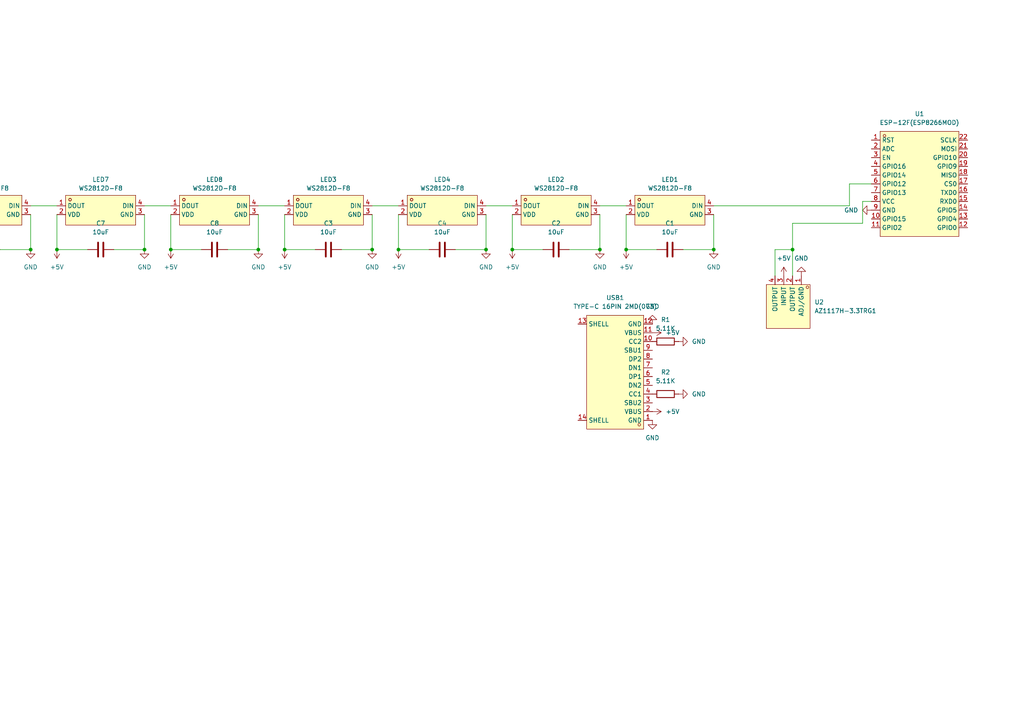
<source format=kicad_sch>
(kicad_sch (version 20231120) (generator "eeschema") (generator_version "8.0")
  (paper "A4")
  (lib_symbols
    (symbol "Device:C" (pin_numbers hide) (pin_names (offset 0.254))
      (property "Reference" "C" (at 0.635 2.54 0))
      (property "Value" "C" (at 0.635 -2.54 0))
      (symbol "C_0_1"
        (polyline (pts (xy -2.032 -0.762) (xy 2.032 -0.762)) (stroke (width 0.508)))
        (polyline (pts (xy -2.032 0.762) (xy 2.032 0.762)) (stroke (width 0.508)))
      )
      (symbol "C_1_1"
        (pin passive line (at 0 3.81 270) (length 2.794) (name "~") (number "1"))
        (pin passive line (at 0 -3.81 90) (length 2.794) (name "~") (number "2"))
      )
    )
    (symbol "Device:R" (pin_numbers hide) (pin_names (offset 0))
      (property "Reference" "R" (at 2.032 0 90))
      (property "Value" "R" (at 0 0 90))
      (symbol "R_0_1"
        (rectangle (start -1.016 -2.54) (end 1.016 2.54) (stroke (width 0.254)))
      )
      (symbol "R_1_1"
        (pin passive line (at 0 3.81 270) (length 1.27) (name "~") (number "1"))
        (pin passive line (at 0 -3.81 90) (length 1.27) (name "~") (number "2"))
      )
    )
    (symbol "easyeda2kicad:AZ1117H-3.3TRG1"
      (property "Reference" "U" (at 0 8.89 0))
      (property "Value" "AZ1117H-3.3TRG1" (at 0 -8.89 0))
      (symbol "AZ1117H-3.3TRG1_0_1"
        (rectangle (start -5.08 6.35) (end 7.62 -6.35) (fill (type background)))
        (circle (center -4.32 5.59) (radius 0.38))
        (pin unspecified line (at -7.62 3.81 0) (length 2.54) (name "ADJ/GND") (number "1"))
        (pin unspecified line (at -7.62 1.27 0) (length 2.54) (name "OUTPUT") (number "2"))
        (pin unspecified line (at -7.62 -1.27 0) (length 2.54) (name "INPUT") (number "3"))
        (pin unspecified line (at -7.62 -3.81 0) (length 2.54) (name "OUTPUT") (number "4"))
      )
    )
    (symbol "easyeda2kicad:ESP-12F(ESP8266MOD)"
      (property "Reference" "U" (at 0 17.78 0))
      (property "Value" "ESP-12F(ESP8266MOD)" (at 0 -17.78 0))
      (symbol "ESP-12F(ESP8266MOD)_0_1"
        (rectangle (start -11.43 15.24) (end 11.43 -15.24) (fill (type background)))
        (circle (center -10.16 13.97) (radius 0.38))
        (pin unspecified line (at -13.97 12.7 0) (length 2.54) (name "RST") (number "1"))
        (pin unspecified line (at -13.97 -10.16 0) (length 2.54) (name "GPIO15") (number "10"))
        (pin unspecified line (at -13.97 -12.7 0) (length 2.54) (name "GPIO2") (number "11"))
        (pin unspecified line (at 13.97 -12.7 180) (length 2.54) (name "GPIO0") (number "12"))
        (pin unspecified line (at 13.97 -10.16 180) (length 2.54) (name "GPIO4") (number "13"))
        (pin unspecified line (at 13.97 -7.62 180) (length 2.54) (name "GPIO5") (number "14"))
        (pin unspecified line (at 13.97 -5.08 180) (length 2.54) (name "RXD0") (number "15"))
        (pin unspecified line (at 13.97 -2.54 180) (length 2.54) (name "TXD0") (number "16"))
        (pin unspecified line (at 13.97 0 180) (length 2.54) (name "CS0") (number "17"))
        (pin unspecified line (at 13.97 2.54 180) (length 2.54) (name "MISO") (number "18"))
        (pin unspecified line (at 13.97 5.08 180) (length 2.54) (name "GPIO9") (number "19"))
        (pin unspecified line (at -13.97 10.16 0) (length 2.54) (name "ADC") (number "2"))
        (pin unspecified line (at 13.97 7.62 180) (length 2.54) (name "GPIO10") (number "20"))
        (pin unspecified line (at 13.97 10.16 180) (length 2.54) (name "MOSI") (number "21"))
        (pin unspecified line (at 13.97 12.7 180) (length 2.54) (name "SCLK") (number "22"))
        (pin unspecified line (at -13.97 7.62 0) (length 2.54) (name "EN") (number "3"))
        (pin unspecified line (at -13.97 5.08 0) (length 2.54) (name "GPIO16") (number "4"))
        (pin unspecified line (at -13.97 2.54 0) (length 2.54) (name "GPIO14") (number "5"))
        (pin unspecified line (at -13.97 0 0) (length 2.54) (name "GPIO12") (number "6"))
        (pin unspecified line (at -13.97 -2.54 0) (length 2.54) (name "GPIO13") (number "7"))
        (pin unspecified line (at -13.97 -5.08 0) (length 2.54) (name "VCC") (number "8"))
        (pin unspecified line (at -13.97 -7.62 0) (length 2.54) (name "GND") (number "9"))
      )
    )
    (symbol "easyeda2kicad:TYPE-C16PIN2MD(073)"
      (property "Reference" "USB" (at 0 19.05 0))
      (property "Value" "TYPE-C 16PIN 2MD(073)" (at 0 -19.05 0))
      (symbol "TYPE-C16PIN2MD(073)_0_1"
        (rectangle (start -8.89 16.51) (end 7.62 -16.51) (fill (type background)))
        (circle (center -7.62 15.24) (radius 0.38))
        (pin unspecified line (at -11.43 13.97 0) (length 2.54) (name "GND") (number "1"))
        (pin unspecified line (at -11.43 -8.89 0) (length 2.54) (name "CC2") (number "10"))
        (pin unspecified line (at -11.43 -11.43 0) (length 2.54) (name "VBUS") (number "11"))
        (pin unspecified line (at -11.43 -13.97 0) (length 2.54) (name "GND") (number "12"))
        (pin unspecified line (at 10.16 -13.97 180) (length 2.54) (name "SHELL") (number "13"))
        (pin unspecified line (at 10.16 13.97 180) (length 2.54) (name "SHELL") (number "14"))
        (pin unspecified line (at -11.43 11.43 0) (length 2.54) (name "VBUS") (number "2"))
        (pin unspecified line (at -11.43 8.89 0) (length 2.54) (name "SBU2") (number "3"))
        (pin unspecified line (at -11.43 6.35 0) (length 2.54) (name "CC1") (number "4"))
        (pin unspecified line (at -11.43 3.81 0) (length 2.54) (name "DN2") (number "5"))
        (pin unspecified line (at -11.43 1.27 0) (length 2.54) (name "DP1") (number "6"))
        (pin unspecified line (at -11.43 -1.27 0) (length 2.54) (name "DN1") (number "7"))
        (pin unspecified line (at -11.43 -3.81 0) (length 2.54) (name "DP2") (number "8"))
        (pin unspecified line (at -11.43 -6.35 0) (length 2.54) (name "SBU1") (number "9"))
      )
    )
    (symbol "easyeda2kicad:WS2812D-F8"
      (property "Reference" "LED" (at 0 6.35 0))
      (property "Value" "WS2812D-F8" (at 0 -6.35 0))
      (symbol "WS2812D-F8_0_1"
        (rectangle (start -10.16 4.32) (end 10.16 -4.32) (fill (type background)))
        (circle (center -8.89 3.05) (radius 0.38))
        (circle (center -8.89 3.05) (radius 0.38))
        (pin unspecified line (at -12.7 1.27 0) (length 2.54) (name "DOUT") (number "1"))
        (pin unspecified line (at -12.7 -1.27 0) (length 2.54) (name "VDD") (number "2"))
        (pin unspecified line (at 12.7 -1.27 180) (length 2.54) (name "GND") (number "3"))
        (pin unspecified line (at 12.7 1.27 180) (length 2.54) (name "DIN") (number "4"))
      )
    )
    (symbol "power:+5V" (power) (pin_numbers hide) (pin_names (offset 0) hide)
      (property "Value" "+5V" (at 0 3.556 0))
      (symbol "+5V_0_1"
        (polyline (pts (xy -0.762 1.27) (xy 0 2.54)))
        (polyline (pts (xy 0 0) (xy 0 2.54)))
        (polyline (pts (xy 0 2.54) (xy 0.762 1.27)))
      )
      (symbol "+5V_1_1"
        (pin power_in line (at 0 0 90) (length 0) (name "~") (number "1"))
      )
    )
    (symbol "power:GND" (power) (pin_numbers hide) (pin_names (offset 0) hide)
      (property "Value" "GND" (at 0 -3.81 0))
      (symbol "GND_0_1"
        (polyline (pts (xy 0 0) (xy 0 -1.27) (xy 1.27 -1.27) (xy 0 -2.54) (xy -1.27 -1.27) (xy 0 -1.27)))
      )
      (symbol "GND_1_1"
        (pin power_in line (at 0 0 270) (length 0) (name "~") (number "1"))
      )
    )
  )
  (junction (at 181.61 72.39))
  (junction (at 107.95 72.39))
  (junction (at -181.61 72.39))
  (junction (at 115.57 72.39))
  (junction (at -313.69 72.39))
  (junction (at -288.29 72.39))
  (junction (at -82.55 72.39))
  (junction (at -280.67 72.39))
  (junction (at 8.89 72.39))
  (junction (at -115.57 72.39))
  (junction (at 148.59 72.39))
  (junction (at 49.53 72.39))
  (junction (at 207.01 72.39))
  (junction (at 229.87 72.39))
  (junction (at 16.51 72.39))
  (junction (at -222.25 72.39))
  (junction (at -148.59 72.39))
  (junction (at -57.15 72.39))
  (junction (at 82.55 72.39))
  (junction (at -346.71 72.39))
  (junction (at -123.19 72.39))
  (junction (at -255.27 72.39))
  (junction (at -247.65 72.39))
  (junction (at -16.51 72.39))
  (junction (at -49.53 72.39))
  (junction (at -24.13 72.39))
  (junction (at 41.91 72.39))
  (junction (at 140.97 72.39))
  (junction (at -189.23 72.39))
  (junction (at 74.93 72.39))
  (junction (at -90.17 72.39))
  (junction (at -214.63 72.39))
  (junction (at 173.99 72.39))
  (junction (at -156.21 72.39))
  (junction (at -321.31 72.39))
  (wire (pts (xy -49.53 72.39) (xy -49.53 62.23)))
  (wire (pts (xy -24.13 59.69) (xy -16.51 59.69)))
  (wire (pts (xy -139.7 72.39) (xy -148.59 72.39)))
  (wire (pts (xy -255.27 59.69) (xy -247.65 59.69)))
  (wire (pts (xy 8.89 72.39) (xy 8.89 62.23)))
  (wire (pts (xy 246.38 53.34) (xy 252.73 53.34)))
  (wire (pts (xy -231.14 72.39) (xy -222.25 72.39)))
  (wire (pts (xy -181.61 72.39) (xy -181.61 62.23)))
  (wire (pts (xy 107.95 59.69) (xy 115.57 59.69)))
  (wire (pts (xy -99.06 72.39) (xy -90.17 72.39)))
  (wire (pts (xy 41.91 59.69) (xy 49.53 59.69)))
  (wire (pts (xy -288.29 72.39) (xy -288.29 62.23)))
  (wire (pts (xy -321.31 59.69) (xy -313.69 59.69)))
  (wire (pts (xy -172.72 72.39) (xy -181.61 72.39)))
  (wire (pts (xy -222.25 59.69) (xy -214.63 59.69)))
  (wire (pts (xy 66.04 72.39) (xy 74.93 72.39)))
  (wire (pts (xy -198.12 72.39) (xy -189.23 72.39)))
  (wire (pts (xy 224.79 80.01) (xy 224.79 72.39)))
  (wire (pts (xy -321.31 72.39) (xy -321.31 62.23)))
  (wire (pts (xy -280.67 72.39) (xy -280.67 62.23)))
  (wire (pts (xy 250.19 64.77) (xy 250.19 58.42)))
  (wire (pts (xy 107.95 72.39) (xy 107.95 62.23)))
  (wire (pts (xy -222.25 72.39) (xy -222.25 62.23)))
  (wire (pts (xy -156.21 72.39) (xy -156.21 62.23)))
  (wire (pts (xy 148.59 72.39) (xy 148.59 62.23)))
  (wire (pts (xy 173.99 72.39) (xy 173.99 62.23)))
  (wire (pts (xy 58.42 72.39) (xy 49.53 72.39)))
  (wire (pts (xy -40.64 72.39) (xy -49.53 72.39)))
  (wire (pts (xy -337.82 72.39) (xy -346.71 72.39)))
  (wire (pts (xy 173.99 59.69) (xy 181.61 59.69)))
  (wire (pts (xy 74.93 59.69) (xy 82.55 59.69)))
  (wire (pts (xy -189.23 59.69) (xy -181.61 59.69)))
  (wire (pts (xy 181.61 72.39) (xy 181.61 62.23)))
  (wire (pts (xy -57.15 59.69) (xy -49.53 59.69)))
  (wire (pts (xy 16.51 72.39) (xy 16.51 62.23)))
  (wire (pts (xy 33.02 72.39) (xy 41.91 72.39)))
  (wire (pts (xy 250.19 58.42) (xy 252.73 58.42)))
  (wire (pts (xy 190.5 72.39) (xy 181.61 72.39)))
  (wire (pts (xy -115.57 72.39) (xy -115.57 62.23)))
  (wire (pts (xy 115.57 72.39) (xy 115.57 62.23)))
  (wire (pts (xy -7.62 72.39) (xy -16.51 72.39)))
  (wire (pts (xy 207.01 72.39) (xy 207.01 62.23)))
  (wire (pts (xy 0 72.39) (xy 8.89 72.39)))
  (wire (pts (xy -238.76 72.39) (xy -247.65 72.39)))
  (wire (pts (xy 74.93 72.39) (xy 74.93 62.23)))
  (wire (pts (xy 157.48 72.39) (xy 148.59 72.39)))
  (wire (pts (xy -264.16 72.39) (xy -255.27 72.39)))
  (wire (pts (xy -106.68 72.39) (xy -115.57 72.39)))
  (wire (pts (xy 99.06 72.39) (xy 107.95 72.39)))
  (wire (pts (xy -346.71 72.39) (xy -346.71 62.23)))
  (wire (pts (xy -189.23 72.39) (xy -189.23 62.23)))
  (wire (pts (xy 140.97 72.39) (xy 140.97 62.23)))
  (wire (pts (xy -297.18 72.39) (xy -288.29 72.39)))
  (wire (pts (xy 124.46 72.39) (xy 115.57 72.39)))
  (wire (pts (xy -123.19 59.69) (xy -115.57 59.69)))
  (wire (pts (xy 49.53 72.39) (xy 49.53 62.23)))
  (wire (pts (xy 246.38 59.69) (xy 246.38 53.34)))
  (wire (pts (xy -82.55 72.39) (xy -82.55 62.23)))
  (wire (pts (xy 25.4 72.39) (xy 16.51 72.39)))
  (wire (pts (xy -66.04 72.39) (xy -57.15 72.39)))
  (wire (pts (xy -288.29 59.69) (xy -280.67 59.69)))
  (wire (pts (xy 91.44 72.39) (xy 82.55 72.39)))
  (wire (pts (xy -271.78 72.39) (xy -280.67 72.39)))
  (wire (pts (xy -165.1 72.39) (xy -156.21 72.39)))
  (wire (pts (xy 41.91 72.39) (xy 41.91 62.23)))
  (wire (pts (xy -214.63 72.39) (xy -214.63 62.23)))
  (wire (pts (xy 229.87 72.39) (xy 229.87 64.77)))
  (wire (pts (xy -57.15 72.39) (xy -57.15 62.23)))
  (wire (pts (xy 165.1 72.39) (xy 173.99 72.39)))
  (wire (pts (xy -247.65 72.39) (xy -247.65 62.23)))
  (wire (pts (xy 229.87 80.01) (xy 229.87 72.39)))
  (wire (pts (xy -16.51 72.39) (xy -16.51 62.23)))
  (wire (pts (xy -330.2 72.39) (xy -321.31 72.39)))
  (wire (pts (xy -33.02 72.39) (xy -24.13 72.39)))
  (wire (pts (xy -156.21 59.69) (xy -148.59 59.69)))
  (wire (pts (xy -90.17 59.69) (xy -82.55 59.69)))
  (wire (pts (xy 198.12 72.39) (xy 207.01 72.39)))
  (wire (pts (xy 224.79 72.39) (xy 229.87 72.39)))
  (wire (pts (xy 140.97 59.69) (xy 148.59 59.69)))
  (wire (pts (xy -123.19 72.39) (xy -123.19 62.23)))
  (wire (pts (xy 207.01 59.69) (xy 246.38 59.69)))
  (wire (pts (xy 229.87 64.77) (xy 250.19 64.77)))
  (wire (pts (xy 82.55 72.39) (xy 82.55 62.23)))
  (wire (pts (xy -24.13 72.39) (xy -24.13 62.23)))
  (wire (pts (xy 132.08 72.39) (xy 140.97 72.39)))
  (wire (pts (xy -148.59 72.39) (xy -148.59 62.23)))
  (wire (pts (xy -205.74 72.39) (xy -214.63 72.39)))
  (wire (pts (xy 8.89 59.69) (xy 16.51 59.69)))
  (wire (pts (xy -90.17 72.39) (xy -90.17 62.23)))
  (wire (pts (xy -313.69 72.39) (xy -313.69 62.23)))
  (wire (pts (xy -132.08 72.39) (xy -123.19 72.39)))
  (wire (pts (xy -304.8 72.39) (xy -313.69 72.39)))
  (wire (pts (xy -255.27 72.39) (xy -255.27 62.23)))
  (wire (pts (xy -73.66 72.39) (xy -82.55 72.39)))
  (symbol (lib_id "power:+5V") (at 49.53 72.39 180) (unit 1)
    (property "Reference" "#PWR015" (effects (hide yes)))
    (property "Value" "+5V" (at 49.53 77.47 0))
    (property "Description" "Power symbol creates a global label with name \"+5V\"" (effects (hide yes)))
  )
  (symbol (lib_id "power:+5V") (at -280.67 72.39 180) (unit 1)
    (property "Reference" "#PWR019" (effects (hide yes)))
    (property "Value" "+5V" (at -280.67 77.47 0))
    (property "Description" "Power symbol creates a global label with name \"+5V\"" (effects (hide yes)))
  )
  (symbol (lib_id "power:GND") (at 140.97 72.39 0) (unit 1)
    (property "Reference" "#PWR08" (effects (hide yes)))
    (property "Value" "GND" (at 140.97 77.47 0))
    (property "Description" "Power symbol creates a global label with name \"GND\" , ground" (effects (hide yes)))
  )
  (symbol (lib_id "power:+5V") (at 189.23 96.52 270) (unit 1)
    (property "Reference" "#PWR039" (effects (hide yes)))
    (property "Value" "+5V" (at 193.04 96.5199 90) (effects (justify left)))
    (property "Description" "Power symbol creates a global label with name \"+5V\"" (effects (hide yes)))
  )
  (symbol (lib_id "power:GND") (at -90.17 72.39 0) (unit 1)
    (property "Reference" "#PWR030" (effects (hide yes)))
    (property "Value" "GND" (at -90.17 77.47 0))
    (property "Description" "Power symbol creates a global label with name \"GND\" , ground" (effects (hide yes)))
  )
  (symbol (lib_id "power:+5V") (at -148.59 72.39 180) (unit 1)
    (property "Reference" "#PWR027" (effects (hide yes)))
    (property "Value" "+5V" (at -148.59 77.47 0))
    (property "Description" "Power symbol creates a global label with name \"+5V\"" (effects (hide yes)))
  )
  (symbol (lib_id "power:+5V") (at 82.55 72.39 180) (unit 1)
    (property "Reference" "#PWR05" (effects (hide yes)))
    (property "Value" "+5V" (at 82.55 77.47 0))
    (property "Description" "Power symbol creates a global label with name \"+5V\"" (effects (hide yes)))
  )
  (symbol (lib_id "Device:C") (at -135.89 72.39 270) (unit 1)
    (property "Reference" "C14" (at -135.89 64.77 90))
    (property "Value" "10uF" (at -135.89 67.31 90))
    (property "Footprint" "Capacitor_SMD:C_0603_1608Metric" (effects (hide yes)))
    (property "Description" "Unpolarized capacitor" (effects (hide yes)))
    (property "LCSC" "C19702" (effects (hide yes)))
  )
  (symbol (lib_id "easyeda2kicad:WS2812D-F8") (at -69.85 60.96 0) (unit 1)
    (property "Reference" "LED16" (at -69.85 52.07 0))
    (property "Value" "WS2812D-F8" (at -69.85 54.61 0))
    (property "Footprint" "easyeda2kicad:LED-TH_WS2812D-F8" (effects (hide yes)))
    (property "Datasheet" "https://lcsc.com/product-detail/Light-Emitting-Diodes-LED_WS2812D-F8_C139126.html" (effects (hide yes)))
    (property "LCSC Part" "C139126" (effects (hide yes)))
  )
  (symbol (lib_id "Device:C") (at -234.95 72.39 270) (unit 1)
    (property "Reference" "C11" (at -234.95 64.77 90))
    (property "Value" "10uF" (at -234.95 67.31 90))
    (property "Footprint" "Capacitor_SMD:C_0603_1608Metric" (effects (hide yes)))
    (property "Description" "Unpolarized capacitor" (effects (hide yes)))
    (property "LCSC" "C19702" (effects (hide yes)))
  )
  (symbol (lib_id "Device:C") (at -201.93 72.39 270) (unit 1)
    (property "Reference" "C12" (at -201.93 64.77 90))
    (property "Value" "10uF" (at -201.93 67.31 90))
    (property "Footprint" "Capacitor_SMD:C_0603_1608Metric" (effects (hide yes)))
    (property "Description" "Unpolarized capacitor" (effects (hide yes)))
    (property "LCSC" "C19702" (effects (hide yes)))
  )
  (symbol (lib_id "easyeda2kicad:WS2812D-F8") (at 194.31 60.96 0) (unit 1)
    (property "Reference" "LED1" (at 194.31 52.07 0))
    (property "Value" "WS2812D-F8" (at 194.31 54.61 0))
    (property "Footprint" "easyeda2kicad:LED-TH_WS2812D-F8" (effects (hide yes)))
    (property "Datasheet" "https://lcsc.com/product-detail/Light-Emitting-Diodes-LED_WS2812D-F8_C139126.html" (effects (hide yes)))
    (property "LCSC Part" "C139126" (effects (hide yes)))
  )
  (symbol (lib_id "power:GND") (at -222.25 72.39 0) (unit 1)
    (property "Reference" "#PWR022" (effects (hide yes)))
    (property "Value" "GND" (at -222.25 77.47 0))
    (property "Description" "Power symbol creates a global label with name \"GND\" , ground" (effects (hide yes)))
  )
  (symbol (lib_id "power:+5V") (at -181.61 72.39 180) (unit 1)
    (property "Reference" "#PWR025" (effects (hide yes)))
    (property "Value" "+5V" (at -181.61 77.47 0))
    (property "Description" "Power symbol creates a global label with name \"+5V\"" (effects (hide yes)))
  )
  (symbol (lib_id "Device:C") (at -3.81 72.39 270) (unit 1)
    (property "Reference" "C6" (at -3.81 64.77 90))
    (property "Value" "10uF" (at -3.81 67.31 90))
    (property "Footprint" "Capacitor_SMD:C_0603_1608Metric" (effects (hide yes)))
    (property "Description" "Unpolarized capacitor" (effects (hide yes)))
    (property "LCSC" "C19702" (effects (hide yes)))
  )
  (symbol (lib_id "easyeda2kicad:WS2812D-F8") (at -102.87 60.96 0) (unit 1)
    (property "Reference" "LED15" (at -102.87 52.07 0))
    (property "Value" "WS2812D-F8" (at -102.87 54.61 0))
    (property "Footprint" "easyeda2kicad:LED-TH_WS2812D-F8" (effects (hide yes)))
    (property "Datasheet" "https://lcsc.com/product-detail/Light-Emitting-Diodes-LED_WS2812D-F8_C139126.html" (effects (hide yes)))
    (property "LCSC Part" "C139126" (effects (hide yes)))
  )
  (symbol (lib_id "power:GND") (at -321.31 72.39 0) (unit 1)
    (property "Reference" "#PWR034" (effects (hide yes)))
    (property "Value" "GND" (at -321.31 77.47 0))
    (property "Description" "Power symbol creates a global label with name \"GND\" , ground" (effects (hide yes)))
  )
  (symbol (lib_id "easyeda2kicad:WS2812D-F8") (at -135.89 60.96 0) (unit 1)
    (property "Reference" "LED14" (at -135.89 52.07 0))
    (property "Value" "WS2812D-F8" (at -135.89 54.61 0))
    (property "Footprint" "easyeda2kicad:LED-TH_WS2812D-F8" (effects (hide yes)))
    (property "Datasheet" "https://lcsc.com/product-detail/Light-Emitting-Diodes-LED_WS2812D-F8_C139126.html" (effects (hide yes)))
    (property "LCSC Part" "C139126" (effects (hide yes)))
  )
  (symbol (lib_id "power:GND") (at 74.93 72.39 0) (unit 1)
    (property "Reference" "#PWR016" (effects (hide yes)))
    (property "Value" "GND" (at 74.93 77.47 0))
    (property "Description" "Power symbol creates a global label with name \"GND\" , ground" (effects (hide yes)))
  )
  (symbol (lib_id "power:GND") (at -255.27 72.39 0) (unit 1)
    (property "Reference" "#PWR020" (effects (hide yes)))
    (property "Value" "GND" (at -255.27 77.47 0))
    (property "Description" "Power symbol creates a global label with name \"GND\" , ground" (effects (hide yes)))
  )
  (symbol (lib_id "power:+5V") (at 181.61 72.39 180) (unit 1)
    (property "Reference" "#PWR01" (effects (hide yes)))
    (property "Value" "+5V" (at 181.61 77.47 0))
    (property "Description" "Power symbol creates a global label with name \"+5V\"" (effects (hide yes)))
  )
  (symbol (lib_id "power:+5V") (at 189.23 119.38 270) (unit 1)
    (property "Reference" "#PWR040" (effects (hide yes)))
    (property "Value" "+5V" (at 193.04 119.3799 90) (effects (justify left)))
    (property "Description" "Power symbol creates a global label with name \"+5V\"" (effects (hide yes)))
  )
  (symbol (lib_id "power:GND") (at 252.73 60.96 270) (unit 1)
    (property "Reference" "#PWR036" (effects (hide yes)))
    (property "Value" "GND" (at 248.92 60.9599 90) (effects (justify right)))
    (property "Description" "Power symbol creates a global label with name \"GND\" , ground" (effects (hide yes)))
  )
  (symbol (lib_id "power:GND") (at 196.85 99.06 90) (unit 1)
    (property "Reference" "#PWR042" (effects (hide yes)))
    (property "Value" "GND" (at 200.66 99.0599 90) (effects (justify right)))
    (property "Description" "Power symbol creates a global label with name \"GND\" , ground" (effects (hide yes)))
  )
  (symbol (lib_id "power:+5V") (at 115.57 72.39 180) (unit 1)
    (property "Reference" "#PWR07" (effects (hide yes)))
    (property "Value" "+5V" (at 115.57 77.47 0))
    (property "Description" "Power symbol creates a global label with name \"+5V\"" (effects (hide yes)))
  )
  (symbol (lib_id "power:GND") (at 107.95 72.39 0) (unit 1)
    (property "Reference" "#PWR06" (effects (hide yes)))
    (property "Value" "GND" (at 107.95 77.47 0))
    (property "Description" "Power symbol creates a global label with name \"GND\" , ground" (effects (hide yes)))
  )
  (symbol (lib_id "Device:C") (at -102.87 72.39 270) (unit 1)
    (property "Reference" "C15" (at -102.87 64.77 90))
    (property "Value" "10uF" (at -102.87 67.31 90))
    (property "Footprint" "Capacitor_SMD:C_0603_1608Metric" (effects (hide yes)))
    (property "Description" "Unpolarized capacitor" (effects (hide yes)))
    (property "LCSC" "C19702" (effects (hide yes)))
  )
  (symbol (lib_id "Device:C") (at -300.99 72.39 270) (unit 1)
    (property "Reference" "C9" (at -300.99 64.77 90))
    (property "Value" "10uF" (at -300.99 67.31 90))
    (property "Footprint" "Capacitor_SMD:C_0603_1608Metric" (effects (hide yes)))
    (property "Description" "Unpolarized capacitor" (effects (hide yes)))
    (property "LCSC" "C19702" (effects (hide yes)))
  )
  (symbol (lib_id "power:+5V") (at 16.51 72.39 180) (unit 1)
    (property "Reference" "#PWR013" (effects (hide yes)))
    (property "Value" "+5V" (at 16.51 77.47 0))
    (property "Description" "Power symbol creates a global label with name \"+5V\"" (effects (hide yes)))
  )
  (symbol (lib_id "Device:C") (at 29.21 72.39 270) (unit 1)
    (property "Reference" "C7" (at 29.21 64.77 90))
    (property "Value" "10uF" (at 29.21 67.31 90))
    (property "Footprint" "Capacitor_SMD:C_0603_1608Metric" (effects (hide yes)))
    (property "Description" "Unpolarized capacitor" (effects (hide yes)))
    (property "LCSC" "C19702" (effects (hide yes)))
  )
  (symbol (lib_id "power:GND") (at 41.91 72.39 0) (unit 1)
    (property "Reference" "#PWR014" (effects (hide yes)))
    (property "Value" "GND" (at 41.91 77.47 0))
    (property "Description" "Power symbol creates a global label with name \"GND\" , ground" (effects (hide yes)))
  )
  (symbol (lib_id "power:GND") (at 189.23 93.98 180) (unit 1)
    (property "Reference" "#PWR038" (effects (hide yes)))
    (property "Value" "GND" (at 189.23 88.9 0))
    (property "Description" "Power symbol creates a global label with name \"GND\" , ground" (effects (hide yes)))
  )
  (symbol (lib_id "Device:C") (at -334.01 72.39 270) (unit 1)
    (property "Reference" "C17" (at -334.01 64.77 90))
    (property "Value" "10uF" (at -334.01 67.31 90))
    (property "Footprint" "Capacitor_SMD:C_0603_1608Metric" (effects (hide yes)))
    (property "Description" "Unpolarized capacitor" (effects (hide yes)))
    (property "LCSC" "C19702" (effects (hide yes)))
  )
  (symbol (lib_id "easyeda2kicad:ESP-12F(ESP8266MOD)") (at 266.7 53.34 0) (unit 1)
    (property "Reference" "U1" (at 266.7 33.02 0))
    (property "Value" "ESP-12F(ESP8266MOD)" (at 266.7 35.56 0))
    (property "Footprint" "easyeda2kicad:WIFIM-SMD_ESP-12F-ESP8266MOD" (effects (hide yes)))
    (property "Datasheet" "https://lcsc.com/product-detail/WIFI-Modules_ESP-12F-ESP8266MOD_C82891.html" (effects (hide yes)))
    (property "LCSC Part" "C82891" (effects (hide yes)))
  )
  (symbol (lib_id "power:+5V") (at -16.51 72.39 180) (unit 1)
    (property "Reference" "#PWR011" (effects (hide yes)))
    (property "Value" "+5V" (at -16.51 77.47 0))
    (property "Description" "Power symbol creates a global label with name \"+5V\"" (effects (hide yes)))
  )
  (symbol (lib_id "power:+5V") (at -49.53 72.39 180) (unit 1)
    (property "Reference" "#PWR09" (effects (hide yes)))
    (property "Value" "+5V" (at -49.53 77.47 0))
    (property "Description" "Power symbol creates a global label with name \"+5V\"" (effects (hide yes)))
  )
  (symbol (lib_id "power:GND") (at 196.85 114.3 90) (unit 1)
    (property "Reference" "#PWR043" (effects (hide yes)))
    (property "Value" "GND" (at 200.66 114.2999 90) (effects (justify right)))
    (property "Description" "Power symbol creates a global label with name \"GND\" , ground" (effects (hide yes)))
  )
  (symbol (lib_id "easyeda2kicad:WS2812D-F8") (at 29.21 60.96 0) (unit 1)
    (property "Reference" "LED7" (at 29.21 52.07 0))
    (property "Value" "WS2812D-F8" (at 29.21 54.61 0))
    (property "Footprint" "easyeda2kicad:LED-TH_WS2812D-F8" (effects (hide yes)))
    (property "Datasheet" "https://lcsc.com/product-detail/Light-Emitting-Diodes-LED_WS2812D-F8_C139126.html" (effects (hide yes)))
    (property "LCSC Part" "C139126" (effects (hide yes)))
  )
  (symbol (lib_id "power:GND") (at -24.13 72.39 0) (unit 1)
    (property "Reference" "#PWR010" (effects (hide yes)))
    (property "Value" "GND" (at -24.13 77.47 0))
    (property "Description" "Power symbol creates a global label with name \"GND\" , ground" (effects (hide yes)))
  )
  (symbol (lib_id "Device:C") (at -168.91 72.39 270) (unit 1)
    (property "Reference" "C13" (at -168.91 64.77 90))
    (property "Value" "10uF" (at -168.91 67.31 90))
    (property "Footprint" "Capacitor_SMD:C_0603_1608Metric" (effects (hide yes)))
    (property "Description" "Unpolarized capacitor" (effects (hide yes)))
    (property "LCSC" "C19702" (effects (hide yes)))
  )
  (symbol (lib_id "power:GND") (at 232.41 80.01 180) (unit 1)
    (property "Reference" "#PWR035" (effects (hide yes)))
    (property "Value" "GND" (at 232.41 74.93 0))
    (property "Description" "Power symbol creates a global label with name \"GND\" , ground" (effects (hide yes)))
  )
  (symbol (lib_id "power:+5V") (at -247.65 72.39 180) (unit 1)
    (property "Reference" "#PWR021" (effects (hide yes)))
    (property "Value" "+5V" (at -247.65 77.47 0))
    (property "Description" "Power symbol creates a global label with name \"+5V\"" (effects (hide yes)))
  )
  (symbol (lib_id "easyeda2kicad:WS2812D-F8") (at 161.29 60.96 0) (unit 1)
    (property "Reference" "LED2" (at 161.29 52.07 0))
    (property "Value" "WS2812D-F8" (at 161.29 54.61 0))
    (property "Footprint" "easyeda2kicad:LED-TH_WS2812D-F8" (effects (hide yes)))
    (property "Datasheet" "https://lcsc.com/product-detail/Light-Emitting-Diodes-LED_WS2812D-F8_C139126.html" (effects (hide yes)))
    (property "LCSC Part" "C139126" (effects (hide yes)))
  )
  (symbol (lib_id "easyeda2kicad:WS2812D-F8") (at -36.83 60.96 0) (unit 1)
    (property "Reference" "LED5" (at -36.83 52.07 0))
    (property "Value" "WS2812D-F8" (at -36.83 54.61 0))
    (property "Footprint" "easyeda2kicad:LED-TH_WS2812D-F8" (effects (hide yes)))
    (property "Datasheet" "https://lcsc.com/product-detail/Light-Emitting-Diodes-LED_WS2812D-F8_C139126.html" (effects (hide yes)))
    (property "LCSC Part" "C139126" (effects (hide yes)))
  )
  (symbol (lib_id "power:GND") (at -156.21 72.39 0) (unit 1)
    (property "Reference" "#PWR026" (effects (hide yes)))
    (property "Value" "GND" (at -156.21 77.47 0))
    (property "Description" "Power symbol creates a global label with name \"GND\" , ground" (effects (hide yes)))
  )
  (symbol (lib_id "Device:C") (at -36.83 72.39 270) (unit 1)
    (property "Reference" "C5" (at -36.83 64.77 90))
    (property "Value" "10uF" (at -36.83 67.31 90))
    (property "Footprint" "Capacitor_SMD:C_0603_1608Metric" (effects (hide yes)))
    (property "Description" "Unpolarized capacitor" (effects (hide yes)))
    (property "LCSC" "C19702" (effects (hide yes)))
  )
  (symbol (lib_id "Device:C") (at 194.31 72.39 270) (unit 1)
    (property "Reference" "C1" (at 194.31 64.77 90))
    (property "Value" "10uF" (at 194.31 67.31 90))
    (property "Footprint" "Capacitor_SMD:C_0603_1608Metric" (effects (hide yes)))
    (property "Description" "Unpolarized capacitor" (effects (hide yes)))
    (property "LCSC" "C19702" (effects (hide yes)))
  )
  (symbol (lib_id "easyeda2kicad:WS2812D-F8") (at 62.23 60.96 0) (unit 1)
    (property "Reference" "LED8" (at 62.23 52.07 0))
    (property "Value" "WS2812D-F8" (at 62.23 54.61 0))
    (property "Footprint" "easyeda2kicad:LED-TH_WS2812D-F8" (effects (hide yes)))
    (property "Datasheet" "https://lcsc.com/product-detail/Light-Emitting-Diodes-LED_WS2812D-F8_C139126.html" (effects (hide yes)))
    (property "LCSC Part" "C139126" (effects (hide yes)))
  )
  (symbol (lib_id "power:+5V") (at -115.57 72.39 180) (unit 1)
    (property "Reference" "#PWR029" (effects (hide yes)))
    (property "Value" "+5V" (at -115.57 77.47 0))
    (property "Description" "Power symbol creates a global label with name \"+5V\"" (effects (hide yes)))
  )
  (symbol (lib_id "power:+5V") (at -214.63 72.39 180) (unit 1)
    (property "Reference" "#PWR023" (effects (hide yes)))
    (property "Value" "+5V" (at -214.63 77.47 0))
    (property "Description" "Power symbol creates a global label with name \"+5V\"" (effects (hide yes)))
  )
  (symbol (lib_id "easyeda2kicad:WS2812D-F8") (at 128.27 60.96 0) (unit 1)
    (property "Reference" "LED4" (at 128.27 52.07 0))
    (property "Value" "WS2812D-F8" (at 128.27 54.61 0))
    (property "Footprint" "easyeda2kicad:LED-TH_WS2812D-F8" (effects (hide yes)))
    (property "Datasheet" "https://lcsc.com/product-detail/Light-Emitting-Diodes-LED_WS2812D-F8_C139126.html" (effects (hide yes)))
    (property "LCSC Part" "C139126" (effects (hide yes)))
  )
  (symbol (lib_id "easyeda2kicad:WS2812D-F8") (at -234.95 60.96 0) (unit 1)
    (property "Reference" "LED11" (at -234.95 52.07 0))
    (property "Value" "WS2812D-F8" (at -234.95 54.61 0))
    (property "Footprint" "easyeda2kicad:LED-TH_WS2812D-F8" (effects (hide yes)))
    (property "Datasheet" "https://lcsc.com/product-detail/Light-Emitting-Diodes-LED_WS2812D-F8_C139126.html" (effects (hide yes)))
    (property "LCSC Part" "C139126" (effects (hide yes)))
  )
  (symbol (lib_id "Device:C") (at -267.97 72.39 270) (unit 1)
    (property "Reference" "C10" (at -267.97 64.77 90))
    (property "Value" "10uF" (at -267.97 67.31 90))
    (property "Footprint" "Capacitor_SMD:C_0603_1608Metric" (effects (hide yes)))
    (property "Description" "Unpolarized capacitor" (effects (hide yes)))
    (property "LCSC" "C19702" (effects (hide yes)))
  )
  (symbol (lib_id "power:GND") (at -57.15 72.39 0) (unit 1)
    (property "Reference" "#PWR032" (effects (hide yes)))
    (property "Value" "GND" (at -57.15 77.47 0))
    (property "Description" "Power symbol creates a global label with name \"GND\" , ground" (effects (hide yes)))
  )
  (symbol (lib_id "easyeda2kicad:AZ1117H-3.3TRG1") (at 228.6 87.63 270) (unit 1)
    (property "Reference" "U2" (at 236.22 87.6299 90) (effects (justify left)))
    (property "Value" "AZ1117H-3.3TRG1" (at 236.22 90.1699 90) (effects (justify left)))
    (property "Footprint" "easyeda2kicad:SOT-223-3_L6.5-W3.4-P2.30-LS7.0-BR" (effects (hide yes)))
    (property "Datasheet" "https://lcsc.com/product-detail/Low-Dropout-Regulators-LDO_DIODES_AZ1117H-3-3TRG1_AZ1117H-3-3TRG1_C110474.html" (effects (hide yes)))
    (property "LCSC Part" "C110474" (effects (hide yes)))
  )
  (symbol (lib_id "Device:C") (at 161.29 72.39 270) (unit 1)
    (property "Reference" "C2" (at 161.29 64.77 90))
    (property "Value" "10uF" (at 161.29 67.31 90))
    (property "Footprint" "Capacitor_SMD:C_0603_1608Metric" (effects (hide yes)))
    (property "Description" "Unpolarized capacitor" (effects (hide yes)))
    (property "LCSC" "C19702" (effects (hide yes)))
  )
  (symbol (lib_id "easyeda2kicad:TYPE-C16PIN2MD(073)") (at 177.8 107.95 180) (unit 1)
    (property "Reference" "USB1" (at 178.435 86.36 0))
    (property "Value" "TYPE-C 16PIN 2MD(073)" (at 178.435 88.9 0))
    (property "Footprint" "easyeda2kicad:USB-C-SMD_TYPE-C-6PIN-2MD-073" (effects (hide yes)))
    (property "LCSC Part" "C2765186" (effects (hide yes)))
  )
  (symbol (lib_id "power:GND") (at -288.29 72.39 0) (unit 1)
    (property "Reference" "#PWR018" (effects (hide yes)))
    (property "Value" "GND" (at -288.29 77.47 0))
    (property "Description" "Power symbol creates a global label with name \"GND\" , ground" (effects (hide yes)))
  )
  (symbol (lib_id "power:GND") (at -189.23 72.39 0) (unit 1)
    (property "Reference" "#PWR024" (effects (hide yes)))
    (property "Value" "GND" (at -189.23 77.47 0))
    (property "Description" "Power symbol creates a global label with name \"GND\" , ground" (effects (hide yes)))
  )
  (symbol (lib_id "power:GND") (at 8.89 72.39 0) (unit 1)
    (property "Reference" "#PWR012" (effects (hide yes)))
    (property "Value" "GND" (at 8.89 77.47 0))
    (property "Description" "Power symbol creates a global label with name \"GND\" , ground" (effects (hide yes)))
  )
  (symbol (lib_id "power:+5V") (at -313.69 72.39 180) (unit 1)
    (property "Reference" "#PWR017" (effects (hide yes)))
    (property "Value" "+5V" (at -313.69 77.47 0))
    (property "Description" "Power symbol creates a global label with name \"+5V\"" (effects (hide yes)))
  )
  (symbol (lib_id "power:GND") (at 207.01 72.39 0) (unit 1)
    (property "Reference" "#PWR02" (effects (hide yes)))
    (property "Value" "GND" (at 207.01 77.47 0))
    (property "Description" "Power symbol creates a global label with name \"GND\" , ground" (effects (hide yes)))
  )
  (symbol (lib_id "power:GND") (at -123.19 72.39 0) (unit 1)
    (property "Reference" "#PWR028" (effects (hide yes)))
    (property "Value" "GND" (at -123.19 77.47 0))
    (property "Description" "Power symbol creates a global label with name \"GND\" , ground" (effects (hide yes)))
  )
  (symbol (lib_id "easyeda2kicad:WS2812D-F8") (at -3.81 60.96 0) (unit 1)
    (property "Reference" "LED6" (at -3.81 52.07 0))
    (property "Value" "WS2812D-F8" (at -3.81 54.61 0))
    (property "Footprint" "easyeda2kicad:LED-TH_WS2812D-F8" (effects (hide yes)))
    (property "Datasheet" "https://lcsc.com/product-detail/Light-Emitting-Diodes-LED_WS2812D-F8_C139126.html" (effects (hide yes)))
    (property "LCSC Part" "C139126" (effects (hide yes)))
  )
  (symbol (lib_id "Device:C") (at 95.25 72.39 270) (unit 1)
    (property "Reference" "C3" (at 95.25 64.77 90))
    (property "Value" "10uF" (at 95.25 67.31 90))
    (property "Footprint" "Capacitor_SMD:C_0603_1608Metric" (effects (hide yes)))
    (property "Description" "Unpolarized capacitor" (effects (hide yes)))
    (property "LCSC" "C19702" (effects (hide yes)))
  )
  (symbol (lib_id "power:+5V") (at 148.59 72.39 180) (unit 1)
    (property "Reference" "#PWR03" (effects (hide yes)))
    (property "Value" "+5V" (at 148.59 77.47 0))
    (property "Description" "Power symbol creates a global label with name \"+5V\"" (effects (hide yes)))
  )
  (symbol (lib_id "Device:C") (at -69.85 72.39 270) (unit 1)
    (property "Reference" "C16" (at -69.85 64.77 90))
    (property "Value" "10uF" (at -69.85 67.31 90))
    (property "Footprint" "Capacitor_SMD:C_0603_1608Metric" (effects (hide yes)))
    (property "Description" "Unpolarized capacitor" (effects (hide yes)))
    (property "LCSC" "C19702" (effects (hide yes)))
  )
  (symbol (lib_id "power:GND") (at 173.99 72.39 0) (unit 1)
    (property "Reference" "#PWR04" (effects (hide yes)))
    (property "Value" "GND" (at 173.99 77.47 0))
    (property "Description" "Power symbol creates a global label with name \"GND\" , ground" (effects (hide yes)))
  )
  (symbol (lib_id "Device:C") (at 128.27 72.39 270) (unit 1)
    (property "Reference" "C4" (at 128.27 64.77 90))
    (property "Value" "10uF" (at 128.27 67.31 90))
    (property "Footprint" "Capacitor_SMD:C_0603_1608Metric" (effects (hide yes)))
    (property "Description" "Unpolarized capacitor" (effects (hide yes)))
    (property "LCSC" "C19702" (effects (hide yes)))
  )
  (symbol (lib_id "easyeda2kicad:WS2812D-F8") (at -201.93 60.96 0) (unit 1)
    (property "Reference" "LED12" (at -201.93 52.07 0))
    (property "Value" "WS2812D-F8" (at -201.93 54.61 0))
    (property "Footprint" "easyeda2kicad:LED-TH_WS2812D-F8" (effects (hide yes)))
    (property "Datasheet" "https://lcsc.com/product-detail/Light-Emitting-Diodes-LED_WS2812D-F8_C139126.html" (effects (hide yes)))
    (property "LCSC Part" "C139126" (effects (hide yes)))
  )
  (symbol (lib_id "Device:R") (at 193.04 114.3 90) (unit 1)
    (property "Reference" "R2" (at 193.04 107.95 90))
    (property "Value" "5.11K" (at 193.04 110.49 90))
    (property "Footprint" "Resistor_SMD:R_0603_1608Metric" (effects (hide yes)))
    (property "Description" "Resistor" (effects (hide yes)))
    (property "LCSC" "C112314" (effects (hide yes)))
  )
  (symbol (lib_id "power:GND") (at 189.23 121.92 0) (unit 1)
    (property "Reference" "#PWR041" (effects (hide yes)))
    (property "Value" "GND" (at 189.23 127 0))
    (property "Description" "Power symbol creates a global label with name \"GND\" , ground" (effects (hide yes)))
  )
  (symbol (lib_id "easyeda2kicad:WS2812D-F8") (at -168.91 60.96 0) (unit 1)
    (property "Reference" "LED13" (at -168.91 52.07 0))
    (property "Value" "WS2812D-F8" (at -168.91 54.61 0))
    (property "Footprint" "easyeda2kicad:LED-TH_WS2812D-F8" (effects (hide yes)))
    (property "Datasheet" "https://lcsc.com/product-detail/Light-Emitting-Diodes-LED_WS2812D-F8_C139126.html" (effects (hide yes)))
    (property "LCSC Part" "C139126" (effects (hide yes)))
  )
  (symbol (lib_id "power:+5V") (at -346.71 72.39 180) (unit 1)
    (property "Reference" "#PWR033" (effects (hide yes)))
    (property "Value" "+5V" (at -346.71 77.47 0))
    (property "Description" "Power symbol creates a global label with name \"+5V\"" (effects (hide yes)))
  )
  (symbol (lib_id "easyeda2kicad:WS2812D-F8") (at 95.25 60.96 0) (unit 1)
    (property "Reference" "LED3" (at 95.25 52.07 0))
    (property "Value" "WS2812D-F8" (at 95.25 54.61 0))
    (property "Footprint" "easyeda2kicad:LED-TH_WS2812D-F8" (effects (hide yes)))
    (property "Datasheet" "https://lcsc.com/product-detail/Light-Emitting-Diodes-LED_WS2812D-F8_C139126.html" (effects (hide yes)))
    (property "LCSC Part" "C139126" (effects (hide yes)))
  )
  (symbol (lib_id "easyeda2kicad:WS2812D-F8") (at -334.01 60.96 0) (unit 1)
    (property "Reference" "LED17" (at -334.01 52.07 0))
    (property "Value" "WS2812D-F8" (at -334.01 54.61 0))
    (property "Footprint" "easyeda2kicad:LED-TH_WS2812D-F8" (effects (hide yes)))
    (property "Datasheet" "https://lcsc.com/product-detail/Light-Emitting-Diodes-LED_WS2812D-F8_C139126.html" (effects (hide yes)))
    (property "LCSC Part" "C139126" (effects (hide yes)))
  )
  (symbol (lib_id "easyeda2kicad:WS2812D-F8") (at -267.97 60.96 0) (unit 1)
    (property "Reference" "LED10" (at -267.97 52.07 0))
    (property "Value" "WS2812D-F8" (at -267.97 54.61 0))
    (property "Footprint" "easyeda2kicad:LED-TH_WS2812D-F8" (effects (hide yes)))
    (property "Datasheet" "https://lcsc.com/product-detail/Light-Emitting-Diodes-LED_WS2812D-F8_C139126.html" (effects (hide yes)))
    (property "LCSC Part" "C139126" (effects (hide yes)))
  )
  (symbol (lib_id "power:+5V") (at 227.33 80.01 0) (unit 1)
    (property "Reference" "#PWR037" (effects (hide yes)))
    (property "Value" "+5V" (at 227.33 74.93 0))
    (property "Description" "Power symbol creates a global label with name \"+5V\"" (effects (hide yes)))
  )
  (symbol (lib_id "Device:R") (at 193.04 99.06 90) (unit 1)
    (property "Reference" "R1" (at 193.04 92.71 90))
    (property "Value" "5.11K" (at 193.04 95.25 90))
    (property "Footprint" "Resistor_SMD:R_0603_1608Metric" (effects (hide yes)))
    (property "Description" "Resistor" (effects (hide yes)))
    (property "LCSC" "C112314" (effects (hide yes)))
  )
  (symbol (lib_id "Device:C") (at 62.23 72.39 270) (unit 1)
    (property "Reference" "C8" (at 62.23 64.77 90))
    (property "Value" "10uF" (at 62.23 67.31 90))
    (property "Footprint" "Capacitor_SMD:C_0603_1608Metric" (effects (hide yes)))
    (property "Description" "Unpolarized capacitor" (effects (hide yes)))
    (property "LCSC" "C19702" (effects (hide yes)))
  )
  (symbol (lib_id "power:+5V") (at -82.55 72.39 180) (unit 1)
    (property "Reference" "#PWR031" (effects (hide yes)))
    (property "Value" "+5V" (at -82.55 77.47 0))
    (property "Description" "Power symbol creates a global label with name \"+5V\"" (effects (hide yes)))
  )
  (symbol (lib_id "easyeda2kicad:WS2812D-F8") (at -300.99 60.96 0) (unit 1)
    (property "Reference" "LED9" (at -300.99 52.07 0))
    (property "Value" "WS2812D-F8" (at -300.99 54.61 0))
    (property "Footprint" "easyeda2kicad:LED-TH_WS2812D-F8" (effects (hide yes)))
    (property "Datasheet" "https://lcsc.com/product-detail/Light-Emitting-Diodes-LED_WS2812D-F8_C139126.html" (effects (hide yes)))
    (property "LCSC Part" "C139126" (effects (hide yes)))
  )
)
</source>
